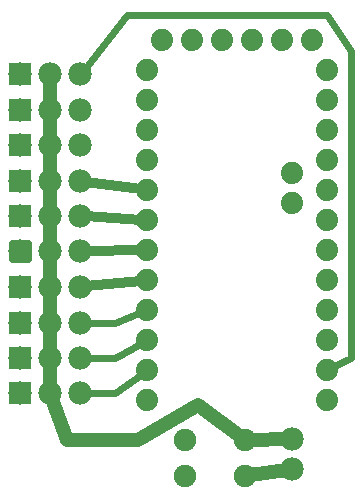
<source format=gtl>
G04 MADE WITH FRITZING*
G04 WWW.FRITZING.ORG*
G04 DOUBLE SIDED*
G04 HOLES PLATED*
G04 CONTOUR ON CENTER OF CONTOUR VECTOR*
%ASAXBY*%
%FSLAX23Y23*%
%MOIN*%
%OFA0B0*%
%SFA1.0B1.0*%
%ADD10C,0.074000*%
%ADD11C,0.078000*%
%ADD12C,0.075000*%
%ADD13R,0.078000X0.078000*%
%ADD14C,0.048000*%
%ADD15C,0.032000*%
%ADD16C,0.024000*%
%ADD17C,0.020000*%
%LNCOPPER1*%
G90*
G70*
G54D10*
X1074Y1598D03*
X974Y1598D03*
X874Y1598D03*
X774Y1598D03*
X674Y1598D03*
X574Y1598D03*
X1124Y1498D03*
X1124Y1398D03*
X1124Y1298D03*
X1124Y1198D03*
X1124Y1098D03*
X1009Y1153D03*
X1009Y1053D03*
X1124Y998D03*
X1124Y898D03*
X1124Y798D03*
X1124Y698D03*
X1124Y598D03*
X1124Y498D03*
X1124Y398D03*
X524Y398D03*
X524Y498D03*
X524Y598D03*
X524Y698D03*
X524Y798D03*
X524Y898D03*
X524Y998D03*
X524Y1098D03*
X524Y1198D03*
X524Y1298D03*
X524Y1398D03*
X524Y1498D03*
G54D11*
X102Y1129D03*
X202Y1129D03*
X302Y1129D03*
X102Y656D03*
X202Y656D03*
X302Y656D03*
X102Y1483D03*
X202Y1483D03*
X302Y1483D03*
X102Y1247D03*
X202Y1247D03*
X302Y1247D03*
X102Y1365D03*
X202Y1365D03*
X302Y1365D03*
G54D12*
X850Y145D03*
X650Y145D03*
X850Y263D03*
X650Y263D03*
G54D11*
X1009Y268D03*
X1009Y168D03*
X102Y1011D03*
X202Y1011D03*
X302Y1011D03*
X102Y893D03*
X202Y893D03*
X302Y893D03*
X102Y775D03*
X202Y775D03*
X302Y775D03*
X102Y538D03*
X202Y538D03*
X302Y538D03*
X102Y420D03*
X202Y420D03*
X302Y420D03*
G54D13*
X102Y1129D03*
X102Y656D03*
X102Y1483D03*
X102Y1247D03*
X102Y1365D03*
X102Y1011D03*
X102Y775D03*
X102Y538D03*
X102Y420D03*
G54D14*
X202Y519D02*
X202Y439D01*
D02*
X202Y637D02*
X202Y557D01*
D02*
X202Y794D02*
X202Y874D01*
G54D15*
D02*
X504Y1101D02*
X321Y1126D01*
D02*
X321Y1010D02*
X504Y999D01*
D02*
X321Y893D02*
X504Y898D01*
D02*
X321Y777D02*
X504Y796D01*
G54D14*
D02*
X202Y1346D02*
X202Y1266D01*
D02*
X867Y147D02*
X990Y165D01*
D02*
X202Y1110D02*
X202Y1030D01*
D02*
X990Y267D02*
X867Y263D01*
D02*
X693Y380D02*
X836Y273D01*
D02*
X495Y263D02*
X693Y380D01*
D02*
X259Y263D02*
X495Y263D01*
D02*
X208Y402D02*
X259Y263D01*
G54D16*
D02*
X417Y420D02*
X321Y420D01*
D02*
X508Y486D02*
X417Y420D01*
D02*
X506Y588D02*
X417Y538D01*
D02*
X417Y538D02*
X321Y538D01*
D02*
X417Y656D02*
X321Y656D01*
D02*
X505Y691D02*
X417Y656D01*
G54D14*
D02*
X202Y756D02*
X202Y675D01*
D02*
X202Y992D02*
X202Y912D01*
D02*
X202Y1228D02*
X202Y1148D01*
D02*
X202Y1464D02*
X202Y1384D01*
G54D16*
D02*
X1205Y1561D02*
X1124Y1680D01*
D02*
X1205Y539D02*
X1205Y1561D01*
D02*
X1124Y1680D02*
X457Y1680D01*
D02*
X1142Y507D02*
X1205Y539D01*
D02*
X457Y1680D02*
X314Y1498D01*
G54D17*
X73Y922D02*
X131Y922D01*
X131Y864D01*
X73Y864D01*
X73Y922D01*
D02*
G04 End of Copper1*
M02*
</source>
